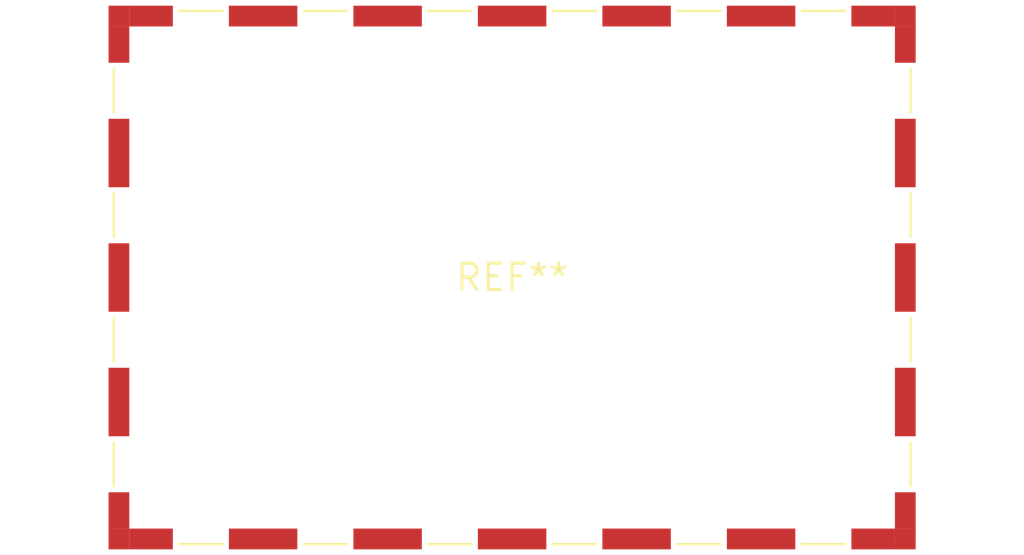
<source format=kicad_pcb>
(kicad_pcb (version 20240108) (generator pcbnew)
  (layers (0 "F.Cu" signal) (31 "B.Cu" signal) (34 "B.Paste" user) (35 "F.Paste" user) (36 "B.SilkS" user "B.Silkscreen") (37 "F.SilkS" user "F.Silkscreen") (38 "B.Mask" user) (39 "F.Mask" user) (44 "Edge.Cuts" user))
  (net 0 "")
  (footprint "Laird_Technologies_BMI-S-205-F_38.10x25.40mm" (layer "F.Cu") (at 0 0)
    (property "Reference" "REF**")
    (property "Value" "Laird_Technologies_BMI-S-205-F_38.10x25.40mm")
    (fp_line (start -19.2 -10.05) (end -19.2 -7.95) (layer "F.SilkS") (stroke (width 0.12)))
    (fp_line (start -19.2 -4.05) (end -19.2 -1.95) (layer "F.SilkS") (stroke (width 0.12)))
    (fp_line (start -19.2 1.95) (end -19.2 4.05) (layer "F.SilkS") (stroke (width 0.12)))
    (fp_line (start -19.2 7.95) (end -19.2 10.05) (layer "F.SilkS") (stroke (width 0.12)))
    (fp_line (start -16.05 -12.85) (end -13.95 -12.85) (layer "F.SilkS") (stroke (width 0.12)))
    (fp_line (start -16.05 12.85) (end -13.95 12.85) (layer "F.SilkS") (stroke (width 0.12)))
    (fp_line (start -10.05 -12.85) (end -7.95 -12.85) (layer "F.SilkS") (stroke (width 0.12)))
    (fp_line (start -10.05 12.85) (end -7.95 12.85) (layer "F.SilkS") (stroke (width 0.12)))
    (fp_line (start -4.05 -12.85) (end -1.95 -12.85) (layer "F.SilkS") (stroke (width 0.12)))
    (fp_line (start -4.05 12.85) (end -1.95 12.85) (layer "F.SilkS") (stroke (width 0.12)))
    (fp_line (start 1.95 -12.85) (end 4.05 -12.85) (layer "F.SilkS") (stroke (width 0.12)))
    (fp_line (start 1.95 12.85) (end 4.05 12.85) (layer "F.SilkS") (stroke (width 0.12)))
    (fp_line (start 7.95 -12.85) (end 10.05 -12.85) (layer "F.SilkS") (stroke (width 0.12)))
    (fp_line (start 7.95 12.85) (end 10.05 12.85) (layer "F.SilkS") (stroke (width 0.12)))
    (fp_line (start 13.95 -12.85) (end 16.05 -12.85) (layer "F.SilkS") (stroke (width 0.12)))
    (fp_line (start 13.95 12.85) (end 16.05 12.85) (layer "F.SilkS") (stroke (width 0.12)))
    (fp_line (start 19.2 -10.05) (end 19.2 -7.95) (layer "F.SilkS") (stroke (width 0.12)))
    (fp_line (start 19.2 -4.05) (end 19.2 -1.95) (layer "F.SilkS") (stroke (width 0.12)))
    (fp_line (start 19.2 1.95) (end 19.2 4.05) (layer "F.SilkS") (stroke (width 0.12)))
    (fp_line (start 19.2 7.95) (end 19.2 10.05) (layer "F.SilkS") (stroke (width 0.12)))
    (pad "1" smd rect (at -18.95 -12.6) (size 1 1) (layers "F.Cu" "F.Paste" "F.Mask"))
    (pad "1" smd rect (at -18.95 -11.225) (size 1 1.75) (layers "F.Cu" "F.Paste" "F.Mask"))
    (pad "1" smd rect (at -18.95 -6) (size 1 3.3) (layers "F.Cu" "F.Paste" "F.Mask"))
    (pad "1" smd rect (at -18.95 0) (size 1 3.3) (layers "F.Cu" "F.Paste" "F.Mask"))
    (pad "1" smd rect (at -18.95 6) (size 1 3.3) (layers "F.Cu" "F.Paste" "F.Mask"))
    (pad "1" smd rect (at -18.95 11.225) (size 1 1.75) (layers "F.Cu" "F.Paste" "F.Mask"))
    (pad "1" smd rect (at -18.95 12.6) (size 1 1) (layers "F.Cu" "F.Paste" "F.Mask"))
    (pad "1" smd rect (at -17.4 -12.6) (size 2.1 1) (layers "F.Cu" "F.Paste" "F.Mask"))
    (pad "1" smd rect (at -17.4 12.6) (size 2.1 1) (layers "F.Cu" "F.Paste" "F.Mask"))
    (pad "1" smd rect (at -12 -12.6) (size 3.3 1) (layers "F.Cu" "F.Paste" "F.Mask"))
    (pad "1" smd rect (at -12 12.6) (size 3.3 1) (layers "F.Cu" "F.Paste" "F.Mask"))
    (pad "1" smd rect (at -6 -12.6) (size 3.3 1) (layers "F.Cu" "F.Paste" "F.Mask"))
    (pad "1" smd rect (at -6 12.6) (size 3.3 1) (layers "F.Cu" "F.Paste" "F.Mask"))
    (pad "1" smd rect (at 0 -12.6) (size 3.3 1) (layers "F.Cu" "F.Paste" "F.Mask"))
    (pad "1" smd rect (at 0 12.6) (size 3.3 1) (layers "F.Cu" "F.Paste" "F.Mask"))
    (pad "1" smd rect (at 6 -12.6) (size 3.3 1) (layers "F.Cu" "F.Paste" "F.Mask"))
    (pad "1" smd rect (at 6 12.6) (size 3.3 1) (layers "F.Cu" "F.Paste" "F.Mask"))
    (pad "1" smd rect (at 12 -12.6) (size 3.3 1) (layers "F.Cu" "F.Paste" "F.Mask"))
    (pad "1" smd rect (at 12 12.6) (size 3.3 1) (layers "F.Cu" "F.Paste" "F.Mask"))
    (pad "1" smd rect (at 17.4 -12.6) (size 2.1 1) (layers "F.Cu" "F.Paste" "F.Mask"))
    (pad "1" smd rect (at 17.4 12.6) (size 2.1 1) (layers "F.Cu" "F.Paste" "F.Mask"))
    (pad "1" smd rect (at 18.95 -12.6) (size 1 1) (layers "F.Cu" "F.Paste" "F.Mask"))
    (pad "1" smd rect (at 18.95 -11.225) (size 1 1.75) (layers "F.Cu" "F.Paste" "F.Mask"))
    (pad "1" smd rect (at 18.95 -6) (size 1 3.3) (layers "F.Cu" "F.Paste" "F.Mask"))
    (pad "1" smd rect (at 18.95 0) (size 1 3.3) (layers "F.Cu" "F.Paste" "F.Mask"))
    (pad "1" smd rect (at 18.95 6) (size 1 3.3) (layers "F.Cu" "F.Paste" "F.Mask"))
    (pad "1" smd rect (at 18.95 11.225) (size 1 1.75) (layers "F.Cu" "F.Paste" "F.Mask"))
    (pad "1" smd rect (at 18.95 12.6) (size 1 1) (layers "F.Cu" "F.Paste" "F.Mask"))
  )
)
</source>
